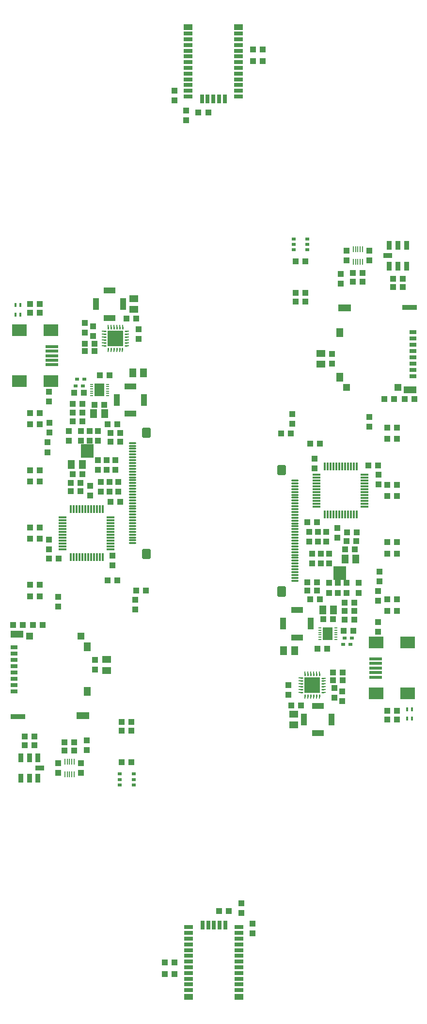
<source format=gtp>
G75*
G70*
%OFA0B0*%
%FSLAX24Y24*%
%IPPOS*%
%LPD*%
%AMOC8*
5,1,8,0,0,1.08239X$1,22.5*
%
%ADD10R,0.0787X0.0433*%
%ADD11R,0.0433X0.0787*%
%ADD12R,0.0110X0.0280*%
%ADD13C,0.0110*%
%ADD14R,0.0280X0.0110*%
%ADD15R,0.1063X0.1063*%
%ADD16R,0.0236X0.0079*%
%ADD17R,0.0661X0.0866*%
%ADD18R,0.0512X0.0591*%
%ADD19R,0.0433X0.0394*%
%ADD20R,0.0394X0.0433*%
%ADD21R,0.0591X0.0512*%
%ADD22R,0.0984X0.0787*%
%ADD23R,0.0906X0.0197*%
%ADD24R,0.0157X0.0315*%
%ADD25R,0.0276X0.0197*%
%ADD26R,0.0591X0.0276*%
%ADD27R,0.0591X0.0394*%
%ADD28R,0.0276X0.0591*%
%ADD29R,0.0315X0.0248*%
%ADD30R,0.0354X0.0591*%
%ADD31R,0.0591X0.0354*%
%ADD32R,0.0089X0.0394*%
%ADD33R,0.0488X0.0315*%
%ADD34R,0.0984X0.0374*%
%ADD35R,0.0866X0.0453*%
%ADD36R,0.0453X0.0591*%
%ADD37R,0.0472X0.0457*%
%ADD38R,0.0492X0.0457*%
%ADD39C,0.0118*%
%ADD40C,0.0236*%
%ADD41R,0.0551X0.0118*%
%ADD42R,0.0118X0.0551*%
%ADD43R,0.0500X0.0250*%
%ADD44R,0.0900X0.0960*%
D10*
X013054Y040632D03*
X013054Y042522D03*
X011617Y047227D03*
X011617Y049116D03*
X024506Y027148D03*
X024506Y025258D03*
X025943Y020553D03*
X025943Y018664D03*
D11*
X026888Y019609D03*
X024998Y019609D03*
X025451Y026203D03*
X023561Y026203D03*
X013998Y041577D03*
X012109Y041577D03*
X012561Y048171D03*
X010672Y048171D03*
D12*
X011519Y046614D03*
X011715Y046614D03*
X011912Y046614D03*
X012109Y046614D03*
X012306Y046614D03*
X012503Y046614D03*
X012502Y045005D03*
X012305Y045005D03*
X012108Y045005D03*
X011911Y045005D03*
X011715Y045005D03*
X011518Y045005D03*
X025058Y022775D03*
X025255Y022775D03*
X025452Y022775D03*
X025648Y022775D03*
X025845Y022775D03*
X026042Y022775D03*
X026041Y021166D03*
X025845Y021166D03*
X025648Y021166D03*
X025451Y021166D03*
X025254Y021166D03*
X025057Y021166D03*
D13*
X025057Y021304D01*
X025254Y021304D02*
X025254Y021166D01*
X025451Y021166D02*
X025451Y021304D01*
X025648Y021304D02*
X025648Y021166D01*
X025845Y021166D02*
X025845Y021304D01*
X026041Y021304D02*
X026041Y021166D01*
X026216Y021478D02*
X026354Y021478D01*
X026354Y021675D02*
X026216Y021675D01*
X026216Y021872D02*
X026354Y021872D01*
X026354Y022069D02*
X026216Y022069D01*
X026216Y022266D02*
X026354Y022266D01*
X026354Y022462D02*
X026216Y022462D01*
X026042Y022637D02*
X026042Y022775D01*
X025845Y022775D02*
X025845Y022637D01*
X025648Y022637D02*
X025648Y022775D01*
X025452Y022775D02*
X025452Y022637D01*
X025255Y022637D02*
X025255Y022775D01*
X025058Y022775D02*
X025058Y022637D01*
X024883Y022463D02*
X024745Y022463D01*
X024745Y022266D02*
X024883Y022266D01*
X024883Y022070D02*
X024745Y022070D01*
X024745Y021873D02*
X024883Y021873D01*
X024883Y021676D02*
X024745Y021676D01*
X024745Y021479D02*
X024883Y021479D01*
X012502Y045005D02*
X012502Y045143D01*
X012305Y045143D02*
X012305Y045005D01*
X012108Y045005D02*
X012108Y045143D01*
X011911Y045143D02*
X011911Y045005D01*
X011715Y045005D02*
X011715Y045143D01*
X011518Y045143D02*
X011518Y045005D01*
X011344Y045318D02*
X011206Y045318D01*
X011206Y045514D02*
X011344Y045514D01*
X011344Y045711D02*
X011206Y045711D01*
X011206Y045908D02*
X011344Y045908D01*
X011344Y046105D02*
X011206Y046105D01*
X011206Y046302D02*
X011344Y046302D01*
X011519Y046476D02*
X011519Y046614D01*
X011715Y046614D02*
X011715Y046476D01*
X011912Y046476D02*
X011912Y046614D01*
X012109Y046614D02*
X012109Y046476D01*
X012306Y046476D02*
X012306Y046614D01*
X012503Y046614D02*
X012503Y046476D01*
X012677Y046301D02*
X012815Y046301D01*
X012815Y046104D02*
X012677Y046104D01*
X012677Y045907D02*
X012815Y045907D01*
X012815Y045710D02*
X012677Y045710D01*
X012677Y045514D02*
X012815Y045514D01*
X012815Y045317D02*
X012677Y045317D01*
D14*
X012815Y045317D03*
X012815Y045514D03*
X012815Y045710D03*
X012815Y045907D03*
X012815Y046104D03*
X012815Y046301D03*
X011206Y046302D03*
X011206Y046105D03*
X011206Y045908D03*
X011206Y045711D03*
X011206Y045514D03*
X011206Y045318D03*
X024745Y022463D03*
X024745Y022266D03*
X024745Y022070D03*
X024745Y021873D03*
X024745Y021676D03*
X024745Y021479D03*
X026354Y021478D03*
X026354Y021675D03*
X026354Y021872D03*
X026354Y022069D03*
X026354Y022266D03*
X026354Y022462D03*
D15*
X025550Y021971D03*
X012010Y045809D03*
D16*
X011481Y042660D03*
X011481Y042502D03*
X011481Y042345D03*
X011481Y042187D03*
X011481Y042030D03*
X011481Y041872D03*
X010374Y041872D03*
X010374Y042030D03*
X010374Y042187D03*
X010374Y042345D03*
X010374Y042502D03*
X010374Y042660D03*
X026079Y025908D03*
X026079Y025750D03*
X026079Y025593D03*
X026079Y025435D03*
X026079Y025278D03*
X026079Y025120D03*
X027185Y025120D03*
X027185Y025278D03*
X027185Y025435D03*
X027185Y025593D03*
X027185Y025750D03*
X027185Y025908D03*
D17*
X026632Y025514D03*
X010928Y042266D03*
D18*
X011282Y040632D03*
X010534Y040632D03*
X009747Y037148D03*
X008998Y037148D03*
X013211Y043447D03*
X013959Y043447D03*
X023601Y024333D03*
X024349Y024333D03*
X026278Y027148D03*
X027026Y027148D03*
X027813Y030632D03*
X028561Y030632D03*
D19*
X028483Y031301D03*
X028601Y031892D03*
X028621Y032483D03*
X027951Y032483D03*
X027932Y031892D03*
X027813Y031301D03*
X028739Y028998D03*
X028739Y028329D03*
X030077Y028447D03*
X030077Y027778D03*
X030727Y027089D03*
X030097Y026301D03*
X030097Y025632D03*
X031396Y027089D03*
X030195Y029116D03*
X030195Y029786D03*
X030727Y031026D03*
X031396Y031026D03*
X031396Y034963D03*
X030727Y034963D03*
X030097Y037089D03*
X029428Y037089D03*
X030727Y038900D03*
X031396Y038900D03*
X031199Y041656D03*
X030530Y041656D03*
X029487Y040416D03*
X029487Y039746D03*
X026081Y038585D03*
X025412Y038585D03*
X024172Y039943D03*
X024172Y040612D03*
X025215Y033191D03*
X025884Y033191D03*
X025884Y029057D03*
X025884Y028467D03*
X026081Y027876D03*
X025412Y027876D03*
X025215Y028467D03*
X025215Y029057D03*
X026317Y026518D03*
X026987Y026518D03*
X027715Y025711D03*
X028384Y025711D03*
X027656Y022837D03*
X027656Y022325D03*
X026987Y022325D03*
X026987Y022837D03*
X026593Y024490D03*
X025924Y024490D03*
X024782Y020593D03*
X024113Y020593D03*
X020672Y006971D03*
X020672Y006301D03*
X021459Y005593D03*
X021459Y004923D03*
X016085Y002896D03*
X015416Y002896D03*
X015416Y002109D03*
X016085Y002109D03*
X009195Y017463D03*
X009195Y018053D03*
X008526Y018053D03*
X008526Y017463D03*
X006439Y017857D03*
X006439Y018447D03*
X005770Y018447D03*
X005770Y017857D03*
X006361Y026124D03*
X007030Y026124D03*
X008073Y027364D03*
X008073Y028034D03*
X006833Y028880D03*
X006164Y028880D03*
X007463Y030691D03*
X008132Y030691D03*
X006833Y032817D03*
X006164Y032817D03*
X006164Y036754D03*
X006833Y036754D03*
X007365Y037994D03*
X007365Y038664D03*
X007483Y039333D03*
X007483Y040002D03*
X006833Y040691D03*
X007463Y041479D03*
X007463Y042148D03*
X006164Y040691D03*
X008821Y039451D03*
X008821Y038782D03*
X009077Y036479D03*
X008959Y035888D03*
X008939Y035297D03*
X009609Y035297D03*
X009628Y035888D03*
X009747Y036479D03*
X011479Y039904D03*
X011676Y039313D03*
X011676Y038723D03*
X012345Y038723D03*
X012345Y039313D03*
X012148Y039904D03*
X011243Y041262D03*
X010573Y041262D03*
X009845Y042069D03*
X009176Y042069D03*
X009904Y044943D03*
X009904Y045455D03*
X010573Y045455D03*
X010573Y044943D03*
X010967Y043290D03*
X011636Y043290D03*
X012778Y047187D03*
X013447Y047187D03*
X012345Y034589D03*
X011676Y034589D03*
X011479Y029195D03*
X012148Y029195D03*
X013388Y027837D03*
X013388Y027168D03*
X028365Y049727D03*
X028365Y050317D03*
X029034Y050317D03*
X029034Y049727D03*
X031121Y049923D03*
X031121Y049333D03*
X031790Y049333D03*
X031790Y049923D03*
X022144Y064884D03*
X021475Y064884D03*
X021475Y065671D03*
X022144Y065671D03*
X016888Y061479D03*
X016888Y060809D03*
X016101Y062187D03*
X016101Y062857D03*
D20*
X017735Y061341D03*
X018404Y061341D03*
X024428Y051105D03*
X025097Y051105D03*
X025097Y048939D03*
X025097Y048349D03*
X024428Y048349D03*
X024428Y048939D03*
X026928Y044746D03*
X026928Y044077D03*
X027518Y049589D03*
X027518Y050258D03*
X027912Y051164D03*
X027912Y051833D03*
X029487Y051833D03*
X029487Y051164D03*
X031908Y041656D03*
X032577Y041656D03*
X031396Y039687D03*
X030727Y039687D03*
X030117Y036459D03*
X030117Y035790D03*
X030727Y035750D03*
X031396Y035750D03*
X031396Y031813D03*
X030727Y031813D03*
X030727Y027876D03*
X031396Y027876D03*
X028463Y027660D03*
X028463Y027069D03*
X028463Y026479D03*
X027794Y026479D03*
X027794Y027069D03*
X027794Y027660D03*
X027912Y028329D03*
X027912Y028998D03*
X027321Y028998D03*
X026731Y028998D03*
X026731Y028329D03*
X027321Y028329D03*
X026731Y030337D03*
X026731Y031006D03*
X026534Y031833D03*
X025943Y031833D03*
X025943Y032502D03*
X026534Y032502D03*
X027282Y032778D03*
X027282Y032109D03*
X026140Y031006D03*
X025550Y031006D03*
X025550Y030337D03*
X026140Y030337D03*
X025353Y031833D03*
X025353Y032502D03*
X025727Y036892D03*
X025727Y037561D03*
X024093Y039294D03*
X023424Y039294D03*
X014136Y028486D03*
X013467Y028486D03*
X011833Y030219D03*
X011833Y030888D03*
X010278Y035002D03*
X010278Y035671D03*
X011026Y035947D03*
X011617Y035947D03*
X011617Y035278D03*
X011026Y035278D03*
X010829Y036774D03*
X010829Y037443D03*
X011420Y037443D03*
X012010Y037443D03*
X012010Y036774D03*
X011420Y036774D03*
X012207Y035947D03*
X012207Y035278D03*
X010829Y038782D03*
X010239Y038782D03*
X010239Y039451D03*
X010829Y039451D03*
X009766Y040120D03*
X009766Y040711D03*
X009766Y041301D03*
X009097Y041301D03*
X009097Y040711D03*
X009097Y040120D03*
X009648Y039451D03*
X009648Y038782D03*
X006833Y039904D03*
X006164Y039904D03*
X006164Y035967D03*
X006833Y035967D03*
X006833Y032030D03*
X007443Y031990D03*
X007443Y031321D03*
X006164Y032030D03*
X006164Y028093D03*
X006833Y028093D03*
X005652Y026124D03*
X004983Y026124D03*
X010042Y018191D03*
X010042Y017522D03*
X009648Y016616D03*
X009648Y015947D03*
X008073Y015947D03*
X008073Y016616D03*
X010632Y023034D03*
X010632Y023703D03*
X012463Y019431D03*
X012463Y018841D03*
X013132Y018841D03*
X013132Y019431D03*
X013132Y016675D03*
X012463Y016675D03*
X019156Y006439D03*
X019825Y006439D03*
X027636Y020888D03*
X027085Y021124D03*
X027085Y021794D03*
X027636Y021557D03*
X030727Y020199D03*
X030727Y019609D03*
X031396Y019609D03*
X031396Y020199D03*
X023935Y021321D03*
X023935Y021990D03*
X013624Y045790D03*
X013624Y046459D03*
X010475Y046656D03*
X009924Y046892D03*
X009924Y046223D03*
X010475Y045986D03*
X006833Y047581D03*
X006833Y048171D03*
X006164Y048171D03*
X006164Y047581D03*
D21*
X013270Y047797D03*
X013270Y048546D03*
X026140Y044786D03*
X026140Y044038D03*
X024290Y019983D03*
X024290Y019234D03*
X011420Y022994D03*
X011420Y023742D03*
D22*
X007601Y042876D03*
X007601Y046380D03*
X005435Y046380D03*
X005435Y042876D03*
X029959Y024904D03*
X029959Y021400D03*
X032124Y021400D03*
X032124Y024904D03*
D23*
X029920Y023782D03*
X029920Y023467D03*
X029920Y023152D03*
X029920Y022837D03*
X029920Y022522D03*
X007640Y043998D03*
X007640Y044313D03*
X007640Y044628D03*
X007640Y044943D03*
X007640Y045258D03*
D24*
X005487Y047453D03*
X005148Y047453D03*
X005148Y048103D03*
X005487Y048103D03*
X032073Y020327D03*
X032412Y020327D03*
X032412Y019677D03*
X032073Y019677D03*
D25*
X028187Y024766D03*
X028286Y025219D03*
X027774Y025219D03*
X027676Y024766D03*
X009786Y042561D03*
X009884Y043014D03*
X009372Y043014D03*
X009274Y042561D03*
D26*
X017026Y062443D03*
X017026Y062837D03*
X017026Y063231D03*
X017026Y063624D03*
X017026Y064018D03*
X017026Y064412D03*
X017026Y064805D03*
X017026Y065199D03*
X017026Y065593D03*
X017026Y065986D03*
X017026Y066380D03*
X017026Y066774D03*
X020491Y066774D03*
X020491Y066380D03*
X020491Y065986D03*
X020491Y065593D03*
X020491Y065199D03*
X020491Y064805D03*
X020491Y064412D03*
X020491Y064018D03*
X020491Y063624D03*
X020491Y063231D03*
X020491Y062837D03*
X020491Y062443D03*
X020534Y005337D03*
X020534Y004943D03*
X020534Y004549D03*
X020534Y004156D03*
X020534Y003762D03*
X020534Y003368D03*
X020534Y002975D03*
X020534Y002581D03*
X020534Y002187D03*
X020534Y001794D03*
X020534Y001400D03*
X020534Y001006D03*
X017069Y001006D03*
X017069Y001400D03*
X017069Y001794D03*
X017069Y002187D03*
X017069Y002581D03*
X017069Y002975D03*
X017069Y003368D03*
X017069Y003762D03*
X017069Y004156D03*
X017069Y004549D03*
X017069Y004943D03*
X017069Y005337D03*
D27*
X017069Y000553D03*
X020534Y000553D03*
X020491Y067227D03*
X017026Y067227D03*
D28*
X017971Y062286D03*
X018365Y062286D03*
X018758Y062286D03*
X019152Y062286D03*
X019546Y062286D03*
X019589Y005494D03*
X019195Y005494D03*
X018802Y005494D03*
X018408Y005494D03*
X018014Y005494D03*
D29*
X013270Y015120D03*
X013270Y015494D03*
X013270Y015868D03*
X012325Y015868D03*
X012325Y015494D03*
X012325Y015120D03*
X024290Y051912D03*
X024290Y052286D03*
X024290Y052660D03*
X025235Y052660D03*
X025235Y052286D03*
X025235Y051912D03*
D30*
X005514Y015573D03*
X006105Y015573D03*
X006695Y015573D03*
X006695Y016990D03*
X006105Y016990D03*
X005514Y016990D03*
X030865Y050790D03*
X031455Y050790D03*
X032046Y050790D03*
X032046Y052207D03*
X031455Y052207D03*
X030865Y052207D03*
D31*
X030747Y051498D03*
X006813Y016282D03*
D32*
X008546Y016715D03*
X008703Y016715D03*
X008861Y016715D03*
X009018Y016715D03*
X009176Y016715D03*
X009176Y015849D03*
X009018Y015849D03*
X008861Y015849D03*
X008703Y015849D03*
X008546Y015849D03*
X028384Y051065D03*
X028542Y051065D03*
X028699Y051065D03*
X028857Y051065D03*
X029014Y051065D03*
X029014Y051931D03*
X028857Y051931D03*
X028699Y051931D03*
X028542Y051931D03*
X028384Y051931D03*
D33*
X032491Y046244D03*
X032491Y045811D03*
X032491Y045378D03*
X032491Y044945D03*
X032491Y044512D03*
X032491Y044079D03*
X032491Y043646D03*
X032491Y043213D03*
X005069Y024567D03*
X005069Y024134D03*
X005069Y023701D03*
X005069Y023268D03*
X005069Y022835D03*
X005069Y022402D03*
X005069Y021969D03*
X005069Y021536D03*
D34*
X005317Y019825D03*
X032243Y047955D03*
D35*
X032302Y042290D03*
X027782Y047916D03*
X009778Y019864D03*
X005258Y025490D03*
D36*
X010091Y024622D03*
X010091Y021559D03*
X027469Y043158D03*
X027469Y046221D03*
D37*
X027912Y042449D03*
X009648Y025331D03*
D38*
X006105Y025331D03*
X031455Y042449D03*
D39*
X024556Y036046D02*
X024182Y036046D01*
X024182Y035849D02*
X024556Y035849D01*
X024556Y035652D02*
X024182Y035652D01*
X024182Y035455D02*
X024556Y035455D01*
X024556Y035258D02*
X024182Y035258D01*
X024182Y035061D02*
X024556Y035061D01*
X024556Y034864D02*
X024182Y034864D01*
X024182Y034668D02*
X024556Y034668D01*
X024556Y034471D02*
X024182Y034471D01*
X024182Y034274D02*
X024556Y034274D01*
X024556Y034077D02*
X024182Y034077D01*
X024182Y033880D02*
X024556Y033880D01*
X024556Y033683D02*
X024182Y033683D01*
X024182Y033486D02*
X024556Y033486D01*
X024556Y033290D02*
X024182Y033290D01*
X024182Y033093D02*
X024556Y033093D01*
X024556Y032896D02*
X024182Y032896D01*
X024182Y032699D02*
X024556Y032699D01*
X024556Y032502D02*
X024182Y032502D01*
X024182Y032305D02*
X024556Y032305D01*
X024556Y032109D02*
X024182Y032109D01*
X024182Y031912D02*
X024556Y031912D01*
X024556Y031715D02*
X024182Y031715D01*
X024182Y031518D02*
X024556Y031518D01*
X024556Y031321D02*
X024182Y031321D01*
X024182Y031124D02*
X024556Y031124D01*
X024556Y030927D02*
X024182Y030927D01*
X024182Y030731D02*
X024556Y030731D01*
X024556Y030534D02*
X024182Y030534D01*
X024182Y030337D02*
X024556Y030337D01*
X024556Y030140D02*
X024182Y030140D01*
X024182Y029943D02*
X024556Y029943D01*
X024556Y029746D02*
X024182Y029746D01*
X024182Y029549D02*
X024556Y029549D01*
X024556Y029353D02*
X024182Y029353D01*
X024182Y029156D02*
X024556Y029156D01*
X013378Y031734D02*
X013004Y031734D01*
X013004Y031931D02*
X013378Y031931D01*
X013378Y032128D02*
X013004Y032128D01*
X013004Y032325D02*
X013378Y032325D01*
X013378Y032522D02*
X013004Y032522D01*
X013004Y032719D02*
X013378Y032719D01*
X013378Y032916D02*
X013004Y032916D01*
X013004Y033112D02*
X013378Y033112D01*
X013378Y033309D02*
X013004Y033309D01*
X013004Y033506D02*
X013378Y033506D01*
X013378Y033703D02*
X013004Y033703D01*
X013004Y033900D02*
X013378Y033900D01*
X013378Y034097D02*
X013004Y034097D01*
X013004Y034294D02*
X013378Y034294D01*
X013378Y034490D02*
X013004Y034490D01*
X013004Y034687D02*
X013378Y034687D01*
X013378Y034884D02*
X013004Y034884D01*
X013004Y035081D02*
X013378Y035081D01*
X013378Y035278D02*
X013004Y035278D01*
X013004Y035475D02*
X013378Y035475D01*
X013378Y035671D02*
X013004Y035671D01*
X013004Y035868D02*
X013378Y035868D01*
X013378Y036065D02*
X013004Y036065D01*
X013004Y036262D02*
X013378Y036262D01*
X013378Y036459D02*
X013004Y036459D01*
X013004Y036656D02*
X013378Y036656D01*
X013378Y036853D02*
X013004Y036853D01*
X013004Y037049D02*
X013378Y037049D01*
X013378Y037246D02*
X013004Y037246D01*
X013004Y037443D02*
X013378Y037443D01*
X013378Y037640D02*
X013004Y037640D01*
X013004Y037837D02*
X013378Y037837D01*
X013378Y038034D02*
X013004Y038034D01*
X013004Y038231D02*
X013378Y038231D01*
X013378Y038427D02*
X013004Y038427D01*
X013004Y038624D02*
X013378Y038624D01*
D40*
X014303Y039117D02*
X014303Y039589D01*
X014303Y039117D02*
X013949Y039117D01*
X013949Y039589D01*
X014303Y039589D01*
X014303Y039352D02*
X013949Y039352D01*
X013949Y039587D02*
X014303Y039587D01*
X014303Y031242D02*
X014303Y030770D01*
X013949Y030770D01*
X013949Y031242D01*
X014303Y031242D01*
X014303Y031005D02*
X013949Y031005D01*
X013949Y031240D02*
X014303Y031240D01*
X023257Y028663D02*
X023257Y028191D01*
X023257Y028663D02*
X023611Y028663D01*
X023611Y028191D01*
X023257Y028191D01*
X023257Y028426D02*
X023611Y028426D01*
X023611Y028661D02*
X023257Y028661D01*
X023257Y036538D02*
X023257Y037010D01*
X023611Y037010D01*
X023611Y036538D01*
X023257Y036538D01*
X023257Y036773D02*
X023611Y036773D01*
X023611Y037008D02*
X023257Y037008D01*
D41*
X025868Y036457D03*
X025868Y036257D03*
X025868Y036057D03*
X025868Y035857D03*
X025868Y035657D03*
X025868Y035457D03*
X025868Y035257D03*
X025868Y035057D03*
X025868Y034857D03*
X025868Y034657D03*
X025868Y034457D03*
X025868Y034257D03*
X029168Y034257D03*
X029168Y034457D03*
X029168Y034657D03*
X029168Y034857D03*
X029168Y035057D03*
X029168Y035257D03*
X029168Y035457D03*
X029168Y035657D03*
X029168Y035857D03*
X029168Y036057D03*
X029168Y036257D03*
X029168Y036457D03*
X011692Y033523D03*
X011692Y033323D03*
X011692Y033123D03*
X011692Y032923D03*
X011692Y032723D03*
X011692Y032523D03*
X011692Y032323D03*
X011692Y032123D03*
X011692Y031923D03*
X011692Y031723D03*
X011692Y031523D03*
X011692Y031323D03*
X008392Y031323D03*
X008392Y031523D03*
X008392Y031723D03*
X008392Y031923D03*
X008392Y032123D03*
X008392Y032323D03*
X008392Y032523D03*
X008392Y032723D03*
X008392Y032923D03*
X008392Y033123D03*
X008392Y033323D03*
X008392Y033523D03*
D42*
X008942Y034073D03*
X009142Y034073D03*
X009342Y034073D03*
X009542Y034073D03*
X009742Y034073D03*
X009942Y034073D03*
X010142Y034073D03*
X010342Y034073D03*
X010542Y034073D03*
X010742Y034073D03*
X010942Y034073D03*
X011142Y034073D03*
X011142Y030773D03*
X010942Y030773D03*
X010742Y030773D03*
X010542Y030773D03*
X010342Y030773D03*
X010142Y030773D03*
X009942Y030773D03*
X009742Y030773D03*
X009542Y030773D03*
X009342Y030773D03*
X009142Y030773D03*
X008942Y030773D03*
X026418Y033707D03*
X026618Y033707D03*
X026818Y033707D03*
X027018Y033707D03*
X027218Y033707D03*
X027418Y033707D03*
X027618Y033707D03*
X027818Y033707D03*
X028018Y033707D03*
X028218Y033707D03*
X028418Y033707D03*
X028618Y033707D03*
X028618Y037007D03*
X028418Y037007D03*
X028218Y037007D03*
X028018Y037007D03*
X027818Y037007D03*
X027618Y037007D03*
X027418Y037007D03*
X027218Y037007D03*
X027018Y037007D03*
X026818Y037007D03*
X026618Y037007D03*
X026418Y037007D03*
D43*
X027459Y029849D03*
X027459Y029525D03*
X010101Y037931D03*
X010101Y038255D03*
D44*
X010101Y038093D03*
X027459Y029687D03*
M02*

</source>
